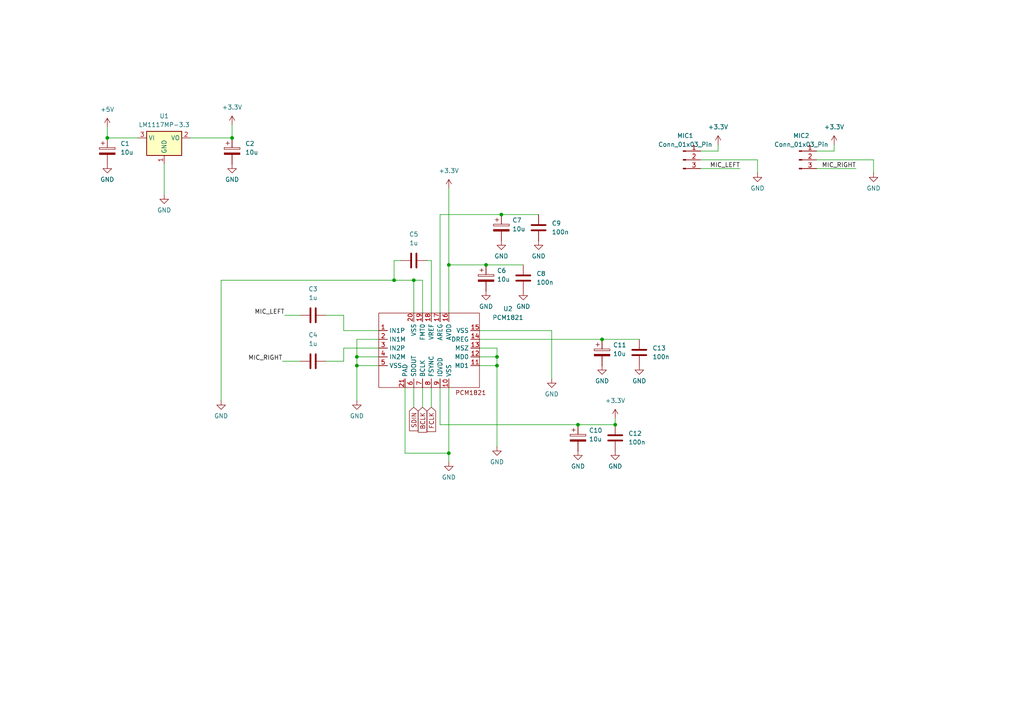
<source format=kicad_sch>
(kicad_sch (version 20231120) (generator "eeschema") (generator_version "8.0")
  (paper "A4")
  (lib_symbols
    (symbol "Connector:Conn_01x03_Pin" (pin_names (offset 1.016) hide)
      (property "Reference" "J" (at 0 5.08 0))
      (property "Value" "Conn_01x03_Pin" (at 0 -5.08 0))
      (symbol "Conn_01x03_Pin_1_1"
        (polyline (pts (xy 1.27 -2.54) (xy 0.8636 -2.54)) (stroke (width 0.1524)))
        (polyline (pts (xy 1.27 0) (xy 0.8636 0)) (stroke (width 0.1524)))
        (polyline (pts (xy 1.27 2.54) (xy 0.8636 2.54)) (stroke (width 0.1524)))
        (rectangle (start 0.8636 -2.413) (end 0 -2.667) (stroke (width 0.1524)) (fill (type outline)))
        (rectangle (start 0.8636 0.127) (end 0 -0.127) (stroke (width 0.1524)) (fill (type outline)))
        (rectangle (start 0.8636 2.667) (end 0 2.413) (stroke (width 0.1524)) (fill (type outline)))
        (pin passive line (at 5.08 2.54 180) (length 3.81) (name "Pin_1") (number "1"))
        (pin passive line (at 5.08 0 180) (length 3.81) (name "Pin_2") (number "2"))
        (pin passive line (at 5.08 -2.54 180) (length 3.81) (name "Pin_3") (number "3"))
      )
    )
    (symbol "Device:C" (pin_numbers hide) (pin_names (offset 0.254))
      (property "Reference" "C" (at 0.635 2.54 0))
      (property "Value" "C" (at 0.635 -2.54 0))
      (symbol "C_0_1"
        (polyline (pts (xy -2.032 -0.762) (xy 2.032 -0.762)) (stroke (width 0.508)))
        (polyline (pts (xy -2.032 0.762) (xy 2.032 0.762)) (stroke (width 0.508)))
      )
      (symbol "C_1_1"
        (pin passive line (at 0 3.81 270) (length 2.794) (name "~") (number "1"))
        (pin passive line (at 0 -3.81 90) (length 2.794) (name "~") (number "2"))
      )
    )
    (symbol "Device:C_Polarized" (pin_numbers hide) (pin_names (offset 0.254))
      (property "Reference" "C" (at 0.635 2.54 0))
      (property "Value" "C_Polarized" (at 0.635 -2.54 0))
      (symbol "C_Polarized_0_1"
        (rectangle (start -2.286 0.508) (end 2.286 1.016))
        (polyline (pts (xy -1.778 2.286) (xy -0.762 2.286)))
        (polyline (pts (xy -1.27 2.794) (xy -1.27 1.778)))
        (rectangle (start 2.286 -0.508) (end -2.286 -1.016) (fill (type outline)))
      )
      (symbol "C_Polarized_1_1"
        (pin passive line (at 0 3.81 270) (length 2.794) (name "~") (number "1"))
        (pin passive line (at 0 -3.81 90) (length 2.794) (name "~") (number "2"))
      )
    )
    (symbol "GND_1" (power) (pin_numbers hide) (pin_names (offset 0) hide)
      (property "Value" "GND" (at 0 -3.81 0))
      (symbol "GND_1_0_1"
        (polyline (pts (xy 0 0) (xy 0 -1.27) (xy 1.27 -1.27) (xy 0 -2.54) (xy -1.27 -1.27) (xy 0 -1.27)))
      )
      (symbol "GND_1_1_1"
        (pin power_in line (at 0 0 270) (length 0) (name "~") (number "1"))
      )
    )
    (symbol "PCM1821:PCM1821"
      (property "Reference" "U" (at 0 0 0))
      (property "Value" "PCM1821" (at 0 0 0))
      (symbol "PCM1821_0_1"
        (rectangle (start 0 -1.27) (end 29.21 -22.86))
      )
      (symbol "PCM1821_1_1"
        (text "PCM1821" (at 26.67 -24.384 0) (effects (font (size 1.27 1.27))))
        (pin input line (at 0 -6.35 0) (length 2.54) (name "IN1P") (number "1"))
        (pin power_in line (at 20.32 -22.86 90) (length 2.54) (name "VSS") (number "10"))
        (pin input line (at 29.21 -16.51 180) (length 2.54) (name "MD1") (number "11"))
        (pin input line (at 29.21 -13.97 180) (length 2.54) (name "MD0") (number "12"))
        (pin input line (at 29.21 -11.43 180) (length 2.54) (name "MSZ") (number "13"))
        (pin input line (at 29.21 -8.89 180) (length 2.54) (name "DREG") (number "14"))
        (pin power_in line (at 29.21 -6.35 180) (length 2.54) (name "VSS") (number "15"))
        (pin input line (at 20.32 -1.27 270) (length 2.54) (name "AVDD") (number "16"))
        (pin input line (at 17.78 -1.27 270) (length 2.54) (name "AREG") (number "17"))
        (pin input line (at 15.24 -1.27 270) (length 2.54) (name "VREF") (number "18"))
        (pin input line (at 12.7 -1.27 270) (length 2.54) (name "FMT0") (number "19"))
        (pin input line (at 0 -8.89 0) (length 2.54) (name "IN1M") (number "2"))
        (pin input line (at 10.16 -1.27 270) (length 2.54) (name "VSS") (number "20"))
        (pin power_in line (at 7.62 -22.86 90) (length 2.54) (name "PAD") (number "21"))
        (pin input line (at 0 -11.43 0) (length 2.54) (name "IN2P") (number "3"))
        (pin input line (at 0 -13.97 0) (length 2.54) (name "IN2M") (number "4"))
        (pin power_in line (at 0 -16.51 0) (length 2.54) (name "VSS") (number "5"))
        (pin input line (at 10.16 -22.86 90) (length 2.54) (name "SDOUT") (number "6"))
        (pin input line (at 12.7 -22.86 90) (length 2.54) (name "BCLK") (number "7"))
        (pin input line (at 15.24 -22.86 90) (length 2.54) (name "FSYNC") (number "8"))
        (pin power_in line (at 17.78 -22.86 90) (length 2.54) (name "IOVDD") (number "9"))
      )
    )
    (symbol "Regulator_Linear:LM1117MP-3.3"
      (property "Reference" "U" (at -3.81 3.175 0))
      (property "Value" "LM1117MP-3.3" (at 0 3.175 0))
      (symbol "LM1117MP-3.3_0_1"
        (rectangle (start -5.08 -5.08) (end 5.08 1.905) (stroke (width 0.254)) (fill (type background)))
      )
      (symbol "LM1117MP-3.3_1_1"
        (pin power_in line (at 0 -7.62 90) (length 2.54) (name "GND") (number "1"))
        (pin power_out line (at 7.62 0 180) (length 2.54) (name "VO") (number "2"))
        (pin power_in line (at -7.62 0 0) (length 2.54) (name "VI") (number "3"))
      )
    )
    (symbol "power:+3.3V" (power) (pin_names (offset 0))
      (property "Value" "+3.3V" (at 0 3.556 0))
      (symbol "+3.3V_0_1"
        (polyline (pts (xy -0.762 1.27) (xy 0 2.54)))
        (polyline (pts (xy 0 0) (xy 0 2.54)))
        (polyline (pts (xy 0 2.54) (xy 0.762 1.27)))
      )
      (symbol "+3.3V_1_1"
        (pin power_in line (at 0 0 90) (length 0) hide (name "+3.3V") (number "1"))
      )
    )
    (symbol "power:GND" (power) (pin_names (offset 0))
      (property "Value" "GND" (at 0 -3.81 0))
      (symbol "GND_0_1"
        (polyline (pts (xy 0 0) (xy 0 -1.27) (xy 1.27 -1.27) (xy 0 -2.54) (xy -1.27 -1.27) (xy 0 -1.27)))
      )
      (symbol "GND_1_1"
        (pin power_in line (at 0 0 270) (length 0) hide (name "GND") (number "1"))
      )
    )
  )
  (junction (at 130.175 76.835))
  (junction (at 31.115 40.005))
  (junction (at 103.505 106.045))
  (junction (at 103.505 103.505))
  (junction (at 67.31 40.005))
  (junction (at 145.415 62.23))
  (junction (at 178.435 123.19))
  (junction (at 167.64 123.19))
  (junction (at 144.145 106.045))
  (junction (at 174.625 98.425))
  (junction (at 144.145 103.505))
  (junction (at 140.97 76.835))
  (junction (at 114.3 81.28))
  (junction (at 130.175 131.445))
  (junction (at 120.015 81.28))
  (wire (pts (xy 47.625 47.625) (xy 47.625 56.515)))
  (wire (pts (xy 109.855 98.425) (xy 103.505 98.425)))
  (wire (pts (xy 130.175 76.835) (xy 130.175 90.805)))
  (wire (pts (xy 145.415 62.23) (xy 156.21 62.23)))
  (wire (pts (xy 120.015 90.805) (xy 120.015 81.28)))
  (wire (pts (xy 99.695 104.775) (xy 94.615 104.775)))
  (wire (pts (xy 203.2 43.815) (xy 208.28 43.815)))
  (wire (pts (xy 125.095 90.805) (xy 125.095 75.565)))
  (wire (pts (xy 144.145 103.505) (xy 144.145 106.045)))
  (wire (pts (xy 127.635 90.805) (xy 127.635 62.23)))
  (wire (pts (xy 130.175 112.395) (xy 130.175 131.445)))
  (wire (pts (xy 130.175 131.445) (xy 130.175 133.985)))
  (wire (pts (xy 139.065 106.045) (xy 144.145 106.045)))
  (wire (pts (xy 114.3 81.28) (xy 64.135 81.28)))
  (wire (pts (xy 236.855 43.815) (xy 241.935 43.815)))
  (wire (pts (xy 81.915 104.775) (xy 86.995 104.775)))
  (wire (pts (xy 160.02 95.885) (xy 160.02 109.855)))
  (wire (pts (xy 116.205 75.565) (xy 114.3 75.565)))
  (wire (pts (xy 127.635 112.395) (xy 127.635 123.19)))
  (wire (pts (xy 127.635 62.23) (xy 145.415 62.23)))
  (wire (pts (xy 167.64 123.19) (xy 178.435 123.19)))
  (wire (pts (xy 130.175 54.61) (xy 130.175 76.835)))
  (wire (pts (xy 140.97 76.835) (xy 151.765 76.835)))
  (wire (pts (xy 236.855 46.355) (xy 253.365 46.355)))
  (wire (pts (xy 139.065 100.965) (xy 144.145 100.965)))
  (wire (pts (xy 114.3 75.565) (xy 114.3 81.28)))
  (wire (pts (xy 31.115 40.005) (xy 40.005 40.005)))
  (wire (pts (xy 31.115 36.83) (xy 31.115 40.005)))
  (wire (pts (xy 122.555 112.395) (xy 122.555 118.11)))
  (wire (pts (xy 208.28 43.815) (xy 208.28 41.91)))
  (wire (pts (xy 109.855 103.505) (xy 103.505 103.505)))
  (wire (pts (xy 109.855 95.885) (xy 99.695 95.885)))
  (wire (pts (xy 253.365 46.355) (xy 253.365 50.165)))
  (wire (pts (xy 55.245 40.005) (xy 67.31 40.005)))
  (wire (pts (xy 103.505 106.045) (xy 103.505 116.205)))
  (wire (pts (xy 117.475 131.445) (xy 130.175 131.445)))
  (wire (pts (xy 109.855 106.045) (xy 103.505 106.045)))
  (wire (pts (xy 139.065 98.425) (xy 174.625 98.425)))
  (wire (pts (xy 144.145 106.045) (xy 144.145 129.54)))
  (wire (pts (xy 236.855 48.895) (xy 248.285 48.895)))
  (wire (pts (xy 139.065 95.885) (xy 160.02 95.885)))
  (wire (pts (xy 174.625 98.425) (xy 185.42 98.425)))
  (wire (pts (xy 103.505 103.505) (xy 103.505 106.045)))
  (wire (pts (xy 99.695 95.885) (xy 99.695 91.44)))
  (wire (pts (xy 203.2 46.355) (xy 219.71 46.355)))
  (wire (pts (xy 219.71 46.355) (xy 219.71 50.165)))
  (wire (pts (xy 125.095 75.565) (xy 123.825 75.565)))
  (wire (pts (xy 120.015 81.28) (xy 114.3 81.28)))
  (wire (pts (xy 122.555 90.805) (xy 122.555 81.28)))
  (wire (pts (xy 99.695 100.965) (xy 99.695 104.775)))
  (wire (pts (xy 67.31 40.005) (xy 67.31 36.195)))
  (wire (pts (xy 64.135 81.28) (xy 64.135 116.205)))
  (wire (pts (xy 117.475 112.395) (xy 117.475 131.445)))
  (wire (pts (xy 130.175 76.835) (xy 140.97 76.835)))
  (wire (pts (xy 99.695 91.44) (xy 94.615 91.44)))
  (wire (pts (xy 120.015 112.395) (xy 120.015 118.11)))
  (wire (pts (xy 103.505 98.425) (xy 103.505 103.505)))
  (wire (pts (xy 203.2 48.895) (xy 214.63 48.895)))
  (wire (pts (xy 122.555 81.28) (xy 120.015 81.28)))
  (wire (pts (xy 125.095 112.395) (xy 125.095 118.11)))
  (wire (pts (xy 144.145 100.965) (xy 144.145 103.505)))
  (wire (pts (xy 109.855 100.965) (xy 99.695 100.965)))
  (wire (pts (xy 139.065 103.505) (xy 144.145 103.505)))
  (wire (pts (xy 178.435 123.19) (xy 178.435 121.285)))
  (wire (pts (xy 241.935 43.815) (xy 241.935 41.91)))
  (wire (pts (xy 82.55 91.44) (xy 86.995 91.44)))
  (wire (pts (xy 127.635 123.19) (xy 167.64 123.19)))
  (label "MIC_LEFT" (at 214.63 48.895 180))
  (label "MIC_LEFT" (at 82.55 91.44 180))
  (label "MIC_RIGHT" (at 248.285 48.895 180))
  (label "MIC_RIGHT" (at 81.915 104.775 180))
  (global_label "BCLK" (shape input) (at 122.555 118.11 270) (property "Intersheetrefs" "${INTERSHEET_REFS}" (effects (hide yes))))
  (global_label "FCLK" (shape input) (at 125.095 118.11 270) (property "Intersheetrefs" "${INTERSHEET_REFS}" (effects (hide yes))))
  (global_label "SDIN" (shape input) (at 120.015 118.11 270) (property "Intersheetrefs" "${INTERSHEET_REFS}" (effects (hide yes))))
  (symbol (lib_id "Connector:Conn_01x03_Pin") (at 198.12 46.355 0) (unit 1)
    (property "Reference" "MIC1" (at 198.755 39.37 0))
    (property "Value" "Conn_01x03_Pin" (at 198.755 41.91 0))
    (property "Footprint" "Connector_JST:JST_XH_B3B-XH-AM_1x03_P2.50mm_Vertical" (effects (hide yes)))
    (property "Description" "Generic connector, single row, 01x03, script generated" (effects (hide yes)))
  )
  (symbol (lib_name "GND_1") (lib_id "power:GND") (at 145.415 69.85 0) (unit 1)
    (property "Reference" "#PWR015" (effects (hide yes)))
    (property "Value" "GND" (at 145.415 74.295 0))
    (property "Description" "Power symbol creates a global label with name \"GND\" , ground" (effects (hide yes)))
  )
  (symbol (lib_id "Device:C") (at 151.765 80.645 0) (unit 1)
    (property "Reference" "C8" (at 155.575 79.3749 0) (effects (justify left)))
    (property "Value" "100n" (at 155.575 81.9149 0) (effects (justify left)))
    (property "Footprint" "Capacitor_SMD:C_0603_1608Metric_Pad1.08x0.95mm_HandSolder" (effects (hide yes)))
    (property "Description" "Unpolarized capacitor" (effects (hide yes)))
  )
  (symbol (lib_id "power:GND") (at 67.31 47.625 0) (unit 1)
    (property "Reference" "#PWR09" (effects (hide yes)))
    (property "Value" "GND" (at 67.31 52.07 0))
    (property "Description" "Power symbol creates a global label with name \"GND\" , ground" (effects (hide yes)))
  )
  (symbol (lib_id "Device:C_Polarized") (at 145.415 66.04 0) (unit 1)
    (property "Reference" "C7" (at 148.59 63.8809 0) (effects (justify left)))
    (property "Value" "10u" (at 148.59 66.4209 0) (effects (justify left)))
    (property "Footprint" "Capacitor_Tantalum_SMD:CP_EIA-3528-21_Kemet-B_Pad1.50x2.35mm_HandSolder" (effects (hide yes)))
    (property "Description" "Polarized capacitor" (effects (hide yes)))
  )
  (symbol (lib_id "power:GND") (at 47.625 56.515 0) (unit 1)
    (property "Reference" "#PWR06" (effects (hide yes)))
    (property "Value" "GND" (at 47.625 60.96 0))
    (property "Description" "Power symbol creates a global label with name \"GND\" , ground" (effects (hide yes)))
  )
  (symbol (lib_id "power:+3.3V") (at 130.175 54.61 0) (unit 1)
    (property "Reference" "#PWR011" (effects (hide yes)))
    (property "Value" "+3.3V" (at 130.175 49.53 0))
  )
  (symbol (lib_id "Device:C") (at 90.805 104.775 90) (unit 1)
    (property "Reference" "C4" (at 90.805 97.155 90))
    (property "Value" "1u" (at 90.805 99.695 90))
    (property "Footprint" "Capacitor_SMD:C_0805_2012Metric_Pad1.18x1.45mm_HandSolder" (effects (hide yes)))
    (property "Description" "Unpolarized capacitor" (effects (hide yes)))
  )
  (symbol (lib_id "Device:C_Polarized") (at 31.115 43.815 0) (unit 1)
    (property "Reference" "C1" (at 34.925 41.6559 0) (effects (justify left)))
    (property "Value" "10u" (at 34.925 44.1959 0) (effects (justify left)))
    (property "Footprint" "Capacitor_Tantalum_SMD:CP_EIA-3528-21_Kemet-B_Pad1.50x2.35mm_HandSolder" (effects (hide yes)))
    (property "Description" "Polarized capacitor" (effects (hide yes)))
  )
  (symbol (lib_name "GND_1") (lib_id "power:GND") (at 174.625 106.045 0) (unit 1)
    (property "Reference" "#PWR020" (effects (hide yes)))
    (property "Value" "GND" (at 174.625 110.49 0))
    (property "Description" "Power symbol creates a global label with name \"GND\" , ground" (effects (hide yes)))
  )
  (symbol (lib_name "GND_1") (lib_id "power:GND") (at 178.435 130.81 0) (unit 1)
    (property "Reference" "#PWR022" (effects (hide yes)))
    (property "Value" "GND" (at 178.435 135.255 0))
    (property "Description" "Power symbol creates a global label with name \"GND\" , ground" (effects (hide yes)))
  )
  (symbol (lib_id "power:+3.3V") (at 241.935 41.91 0) (unit 1)
    (property "Reference" "#PWR026" (effects (hide yes)))
    (property "Value" "+3.3V" (at 241.935 36.83 0))
  )
  (symbol (lib_id "Connector:Conn_01x03_Pin") (at 231.775 46.355 0) (unit 1)
    (property "Reference" "MIC2" (at 232.41 39.37 0))
    (property "Value" "Conn_01x03_Pin" (at 232.41 41.91 0))
    (property "Footprint" "Connector_JST:JST_XH_B3B-XH-AM_1x03_P2.50mm_Vertical" (effects (hide yes)))
    (property "Description" "Generic connector, single row, 01x03, script generated" (effects (hide yes)))
  )
  (symbol (lib_id "Device:C_Polarized") (at 167.64 127 0) (unit 1)
    (property "Reference" "C10" (at 170.815 124.8409 0) (effects (justify left)))
    (property "Value" "10u" (at 170.815 127.3809 0) (effects (justify left)))
    (property "Footprint" "Capacitor_Tantalum_SMD:CP_EIA-3528-21_Kemet-B_Pad1.50x2.35mm_HandSolder" (effects (hide yes)))
    (property "Description" "Polarized capacitor" (effects (hide yes)))
  )
  (symbol (lib_id "power:+3.3V") (at 178.435 121.285 0) (unit 1)
    (property "Reference" "#PWR021" (effects (hide yes)))
    (property "Value" "+3.3V" (at 178.435 116.205 0))
  )
  (symbol (lib_name "GND_1") (lib_id "power:GND") (at 151.765 84.455 0) (unit 1)
    (property "Reference" "#PWR016" (effects (hide yes)))
    (property "Value" "GND" (at 151.765 88.9 0))
    (property "Description" "Power symbol creates a global label with name \"GND\" , ground" (effects (hide yes)))
  )
  (symbol (lib_name "GND_1") (lib_id "power:GND") (at 103.505 116.205 0) (unit 1)
    (property "Reference" "#PWR010" (effects (hide yes)))
    (property "Value" "GND" (at 103.505 120.65 0))
    (property "Description" "Power symbol creates a global label with name \"GND\" , ground" (effects (hide yes)))
  )
  (symbol (lib_id "power:+3.3V") (at 31.115 36.83 0) (unit 1)
    (property "Reference" "#PWR04" (effects (hide yes)))
    (property "Value" "+5V" (at 31.115 31.75 0))
  )
  (symbol (lib_name "GND_1") (lib_id "power:GND") (at 156.21 69.85 0) (unit 1)
    (property "Reference" "#PWR017" (effects (hide yes)))
    (property "Value" "GND" (at 156.21 74.295 0))
    (property "Description" "Power symbol creates a global label with name \"GND\" , ground" (effects (hide yes)))
  )
  (symbol (lib_name "GND_1") (lib_id "power:GND") (at 160.02 109.855 0) (unit 1)
    (property "Reference" "#PWR018" (effects (hide yes)))
    (property "Value" "GND" (at 160.02 114.3 0))
    (property "Description" "Power symbol creates a global label with name \"GND\" , ground" (effects (hide yes)))
  )
  (symbol (lib_id "Regulator_Linear:LM1117MP-3.3") (at 47.625 40.005 0) (unit 1)
    (property "Reference" "U1" (at 47.625 33.655 0))
    (property "Value" "LM1117MP-3.3" (at 47.625 36.195 0))
    (property "Footprint" "Package_TO_SOT_SMD:SOT-223" (effects (hide yes)))
    (property "Datasheet" "http://www.ti.com/lit/ds/symlink/lm1117.pdf" (effects (hide yes)))
    (property "Description" "800mA Low-Dropout Linear Regulator, 3.3V fixed output, SOT-223" (effects (hide yes)))
  )
  (symbol (lib_name "GND_1") (lib_id "power:GND") (at 140.97 84.455 0) (unit 1)
    (property "Reference" "#PWR013" (effects (hide yes)))
    (property "Value" "GND" (at 140.97 88.9 0))
    (property "Description" "Power symbol creates a global label with name \"GND\" , ground" (effects (hide yes)))
  )
  (symbol (lib_id "Device:C_Polarized") (at 140.97 80.645 0) (unit 1)
    (property "Reference" "C6" (at 144.145 78.4859 0) (effects (justify left)))
    (property "Value" "10u" (at 144.145 81.0259 0) (effects (justify left)))
    (property "Footprint" "Capacitor_Tantalum_SMD:CP_EIA-3528-21_Kemet-B_Pad1.50x2.35mm_HandSolder" (effects (hide yes)))
    (property "Description" "Polarized capacitor" (effects (hide yes)))
  )
  (symbol (lib_id "PCM1821:PCM1821") (at 109.855 89.535 0) (unit 1)
    (property "Reference" "U2" (at 147.32 89.5664 0))
    (property "Value" "PCM1821" (at 147.32 92.1064 0))
    (property "Footprint" "PCM1821:WQFN-16" (effects (hide yes)))
  )
  (symbol (lib_id "power:+3.3V") (at 208.28 41.91 0) (unit 1)
    (property "Reference" "#PWR024" (effects (hide yes)))
    (property "Value" "+3.3V" (at 208.28 36.83 0))
  )
  (symbol (lib_name "GND_1") (lib_id "power:GND") (at 185.42 106.045 0) (unit 1)
    (property "Reference" "#PWR023" (effects (hide yes)))
    (property "Value" "GND" (at 185.42 110.49 0))
    (property "Description" "Power symbol creates a global label with name \"GND\" , ground" (effects (hide yes)))
  )
  (symbol (lib_id "Device:C") (at 120.015 75.565 90) (unit 1)
    (property "Reference" "C5" (at 120.015 67.945 90))
    (property "Value" "1u" (at 120.015 70.485 90))
    (property "Footprint" "Capacitor_SMD:C_0805_2012Metric_Pad1.18x1.45mm_HandSolder" (effects (hide yes)))
    (property "Description" "Unpolarized capacitor" (effects (hide yes)))
  )
  (symbol (lib_id "Device:C") (at 178.435 127 0) (unit 1)
    (property "Reference" "C12" (at 182.245 125.7299 0) (effects (justify left)))
    (property "Value" "100n" (at 182.245 128.2699 0) (effects (justify left)))
    (property "Footprint" "Capacitor_SMD:C_0603_1608Metric_Pad1.08x0.95mm_HandSolder" (effects (hide yes)))
    (property "Description" "Unpolarized capacitor" (effects (hide yes)))
  )
  (symbol (lib_name "GND_1") (lib_id "power:GND") (at 253.365 50.165 0) (unit 1)
    (property "Reference" "#PWR027" (effects (hide yes)))
    (property "Value" "GND" (at 253.365 54.61 0))
    (property "Description" "Power symbol creates a global label with name \"GND\" , ground" (effects (hide yes)))
  )
  (symbol (lib_name "GND_1") (lib_id "power:GND") (at 219.71 50.165 0) (unit 1)
    (property "Reference" "#PWR025" (effects (hide yes)))
    (property "Value" "GND" (at 219.71 54.61 0))
    (property "Description" "Power symbol creates a global label with name \"GND\" , ground" (effects (hide yes)))
  )
  (symbol (lib_name "GND_1") (lib_id "power:GND") (at 167.64 130.81 0) (unit 1)
    (property "Reference" "#PWR019" (effects (hide yes)))
    (property "Value" "GND" (at 167.64 135.255 0))
    (property "Description" "Power symbol creates a global label with name \"GND\" , ground" (effects (hide yes)))
  )
  (symbol (lib_id "Device:C") (at 90.805 91.44 90) (unit 1)
    (property "Reference" "C3" (at 90.805 83.82 90))
    (property "Value" "1u" (at 90.805 86.36 90))
    (property "Footprint" "Capacitor_SMD:C_0805_2012Metric_Pad1.18x1.45mm_HandSolder" (effects (hide yes)))
    (property "Description" "Unpolarized capacitor" (effects (hide yes)))
  )
  (symbol (lib_id "Device:C") (at 185.42 102.235 0) (unit 1)
    (property "Reference" "C13" (at 189.23 100.9649 0) (effects (justify left)))
    (property "Value" "100n" (at 189.23 103.5049 0) (effects (justify left)))
    (property "Footprint" "Capacitor_SMD:C_0603_1608Metric_Pad1.08x0.95mm_HandSolder" (effects (hide yes)))
    (property "Description" "Unpolarized capacitor" (effects (hide yes)))
  )
  (symbol (lib_name "GND_1") (lib_id "power:GND") (at 130.175 133.985 0) (unit 1)
    (property "Reference" "#PWR012" (effects (hide yes)))
    (property "Value" "GND" (at 130.175 138.43 0))
    (property "Description" "Power symbol creates a global label with name \"GND\" , ground" (effects (hide yes)))
  )
  (symbol (lib_id "power:GND") (at 31.115 47.625 0) (unit 1)
    (property "Reference" "#PWR05" (effects (hide yes)))
    (property "Value" "GND" (at 31.115 52.07 0))
    (property "Description" "Power symbol creates a global label with name \"GND\" , ground" (effects (hide yes)))
  )
  (symbol (lib_name "GND_1") (lib_id "power:GND") (at 144.145 129.54 0) (unit 1)
    (property "Reference" "#PWR014" (effects (hide yes)))
    (property "Value" "GND" (at 144.145 133.985 0))
    (property "Description" "Power symbol creates a global label with name \"GND\" , ground" (effects (hide yes)))
  )
  (symbol (lib_id "Device:C_Polarized") (at 67.31 43.815 0) (unit 1)
    (property "Reference" "C2" (at 71.12 41.6559 0) (effects (justify left)))
    (property "Value" "10u" (at 71.12 44.1959 0) (effects (justify left)))
    (property "Footprint" "Capacitor_Tantalum_SMD:CP_EIA-3528-21_Kemet-B_Pad1.50x2.35mm_HandSolder" (effects (hide yes)))
    (property "Description" "Polarized capacitor" (effects (hide yes)))
  )
  (symbol (lib_id "power:+3.3V") (at 67.31 36.195 0) (unit 1)
    (property "Reference" "#PWR08" (effects (hide yes)))
    (property "Value" "+3.3V" (at 67.31 31.115 0))
  )
  (symbol (lib_id "Device:C") (at 156.21 66.04 0) (unit 1)
    (property "Reference" "C9" (at 160.02 64.7699 0) (effects (justify left)))
    (property "Value" "100n" (at 160.02 67.3099 0) (effects (justify left)))
    (property "Footprint" "Capacitor_SMD:C_0603_1608Metric_Pad1.08x0.95mm_HandSolder" (effects (hide yes)))
    (property "Description" "Unpolarized capacitor" (effects (hide yes)))
  )
  (symbol (lib_id "Device:C_Polarized") (at 174.625 102.235 0) (unit 1)
    (property "Reference" "C11" (at 177.8 100.0759 0) (effects (justify left)))
    (property "Value" "10u" (at 177.8 102.6159 0) (effects (justify left)))
    (property "Footprint" "Capacitor_Tantalum_SMD:CP_EIA-3528-21_Kemet-B_Pad1.50x2.35mm_HandSolder" (effects (hide yes)))
    (property "Description" "Polarized capacitor" (effects (hide yes)))
  )
  (symbol (lib_name "GND_1") (lib_id "power:GND") (at 64.135 116.205 0) (unit 1)
    (property "Reference" "#PWR07" (effects (hide yes)))
    (property "Value" "GND" (at 64.135 120.65 0))
    (property "Description" "Power symbol creates a global label with name \"GND\" , ground" (effects (hide yes)))
  )
)
</source>
